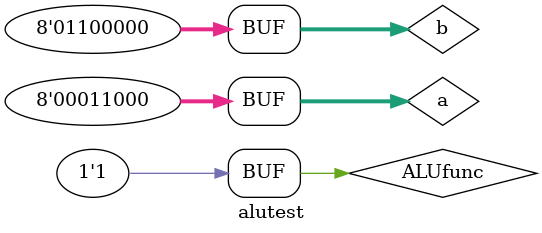
<source format=sv>

`timescale 1ns/10ps

module alutest #(
    parameter datalength = 8
);
logic signed [datalength-1 : 0] a, b;
logic ALUfunc;
logic signed [datalength-1 : 0] result;

alu #(.datalength(datalength)) atest (.a(a),.b(b),.func(ALUfunc),.result(result));

initial
    begin 
        a = '0;
        b = '0;
        ALUfunc = '0;      // ALUfunc default 0
    end

initial
    begin 
        // 50+0.5, 50*0.5
        a = 50;
        b = 8'b01000000;
        ALUfunc = 1;  //+
        #5;
        ALUfunc = 0;  // *
#5
        //-50+-0.5, -50*-0.5
        a = -50;
        b = 8'b11000000;
        ALUfunc = 1;  //+
        #5;
        ALUfunc = 0;  //*
#5
        // 127+-127, 127*-127
        a = 127;    
        b = -127;
        ALUfunc = 1;  //+
        #5;
        ALUfunc = 0;  //*
#5
        //24+0.75, 24*0.75
        a = 24;
        b = 8'b01100000;
        ALUfunc = 1;  //+
        #5;
        ALUfunc = 0;  //*
#5      
        ALUfunc = 1;

    end

endmodule
</source>
